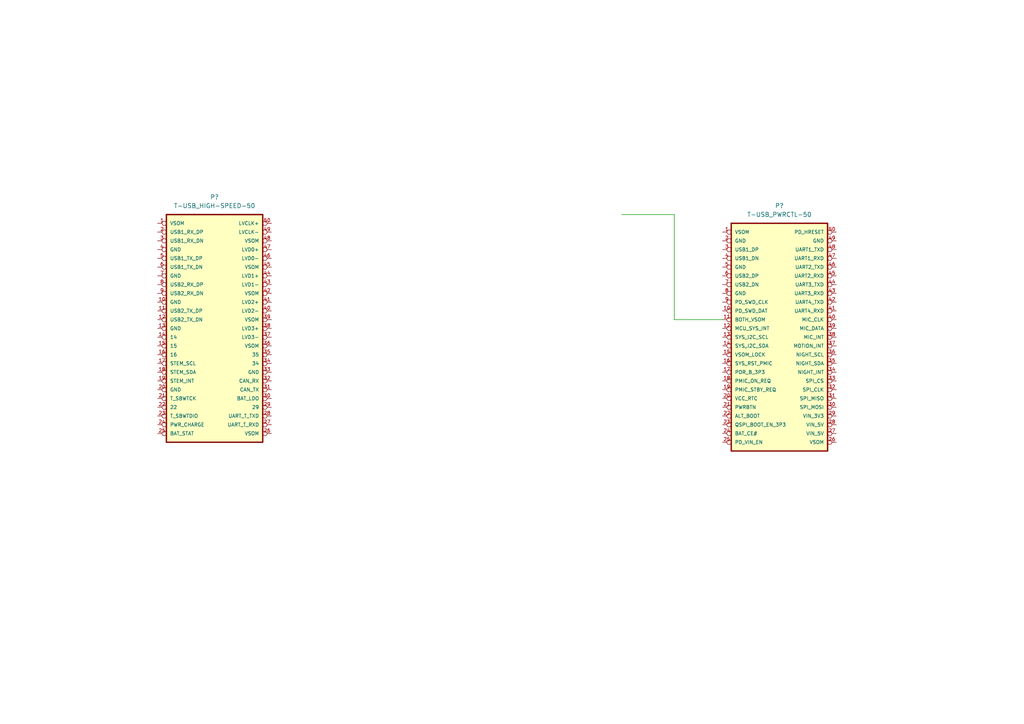
<source format=kicad_sch>
(kicad_sch (version 20211123) (generator eeschema)
  (paper "A4")
  (lib_symbols
    (symbol "Ziloo:T-USB_HIGH-SPEED-50" (pin_names (offset 1.016))
      (property "Reference" "P" (at -16.51 33.6804 0))
      (property "Value" "T-USB_HIGH-SPEED-50" (at -11.4554 -36.8808 0))
      (symbol "T-USB_HIGH-SPEED-50_0_0"
        (rectangle (start -13.97 -33.02) (end 13.97 33.02) (stroke (width 0.4064)) (fill (type background)))
        (pin passive inverted (at -16.51 30.48 0) (length 2.54) (name "VSOM") (number "1"))
        (pin passive inverted (at -16.51 7.62 0) (length 2.54) (name "GND") (number "10"))
        (pin passive inverted (at -16.51 5.08 0) (length 2.54) (name "USB2_TX_DP") (number "11"))
        (pin passive inverted (at -16.51 2.54 0) (length 2.54) (name "USB2_TX_DN") (number "12"))
        (pin passive inverted (at -16.51 0 0) (length 2.54) (name "GND") (number "13"))
        (pin passive inverted (at -16.51 -2.54 0) (length 2.54) (name "14") (number "14"))
        (pin passive inverted (at -16.51 -5.08 0) (length 2.54) (name "15") (number "15"))
        (pin passive inverted (at -16.51 -7.62 0) (length 2.54) (name "16") (number "16"))
        (pin passive inverted (at -16.51 -10.16 0) (length 2.54) (name "STEM_SCL") (number "17"))
        (pin passive inverted (at -16.51 -12.7 0) (length 2.54) (name "STEM_SDA") (number "18"))
        (pin passive inverted (at -16.51 -15.24 0) (length 2.54) (name "STEM_INT") (number "19"))
        (pin passive inverted (at -16.51 27.94 0) (length 2.54) (name "USB1_RX_DP") (number "2"))
        (pin passive inverted (at -16.51 -17.78 0) (length 2.54) (name "GND") (number "20"))
        (pin passive inverted (at -16.51 -20.32 0) (length 2.54) (name "T_SBWTCK") (number "21"))
        (pin passive inverted (at -16.51 -22.86 0) (length 2.54) (name "22") (number "22"))
        (pin passive inverted (at -16.51 -25.4 0) (length 2.54) (name "T_SBWTDIO") (number "23"))
        (pin passive inverted (at -16.51 -27.94 0) (length 2.54) (name "PWR_CHARGE") (number "24"))
        (pin passive inverted (at -16.51 -30.48 0) (length 2.54) (name "BAT_STAT") (number "25"))
        (pin passive inverted (at 16.51 -30.48 180) (length 2.54) (name "VSOM") (number "26"))
        (pin passive inverted (at 16.51 -27.94 180) (length 2.54) (name "UART_T_RXD") (number "27"))
        (pin passive inverted (at 16.51 -25.4 180) (length 2.54) (name "UART_T_TXD") (number "28"))
        (pin passive inverted (at 16.51 -22.86 180) (length 2.54) (name "29") (number "29"))
        (pin passive inverted (at -16.51 25.4 0) (length 2.54) (name "USB1_RX_DN") (number "3"))
        (pin passive inverted (at 16.51 -20.32 180) (length 2.54) (name "BAT_LDO") (number "30"))
        (pin passive inverted (at 16.51 -17.78 180) (length 2.54) (name "CAN_TX") (number "31"))
        (pin passive inverted (at 16.51 -15.24 180) (length 2.54) (name "CAN_RX") (number "32"))
        (pin passive inverted (at 16.51 -12.7 180) (length 2.54) (name "GND") (number "33"))
        (pin passive inverted (at 16.51 -10.16 180) (length 2.54) (name "34") (number "34"))
        (pin passive inverted (at 16.51 -7.62 180) (length 2.54) (name "35") (number "35"))
        (pin passive inverted (at 16.51 -5.08 180) (length 2.54) (name "VSOM") (number "36"))
        (pin passive inverted (at 16.51 -2.54 180) (length 2.54) (name "LVD3-") (number "37"))
        (pin passive inverted (at 16.51 0 180) (length 2.54) (name "LVD3+") (number "38"))
        (pin passive inverted (at 16.51 2.54 180) (length 2.54) (name "VSOM") (number "39"))
        (pin passive inverted (at -16.51 22.86 0) (length 2.54) (name "GND") (number "4"))
        (pin passive inverted (at 16.51 5.08 180) (length 2.54) (name "LVD2-") (number "40"))
        (pin passive inverted (at 16.51 7.62 180) (length 2.54) (name "LVD2+") (number "41"))
        (pin passive inverted (at 16.51 10.16 180) (length 2.54) (name "VSOM") (number "42"))
        (pin passive inverted (at 16.51 12.7 180) (length 2.54) (name "LVD1-") (number "43"))
        (pin passive inverted (at 16.51 15.24 180) (length 2.54) (name "LVD1+") (number "44"))
        (pin passive inverted (at 16.51 17.78 180) (length 2.54) (name "VSOM") (number "45"))
        (pin passive inverted (at 16.51 20.32 180) (length 2.54) (name "LVD0-") (number "46"))
        (pin passive inverted (at 16.51 22.86 180) (length 2.54) (name "LVD0+") (number "47"))
        (pin passive inverted (at 16.51 25.4 180) (length 2.54) (name "VSOM") (number "48"))
        (pin passive inverted (at 16.51 27.94 180) (length 2.54) (name "LVCLK-") (number "49"))
        (pin passive inverted (at -16.51 20.32 0) (length 2.54) (name "USB1_TX_DP") (number "5"))
        (pin passive inverted (at 16.51 30.48 180) (length 2.54) (name "LVCLK+") (number "50"))
        (pin passive inverted (at -16.51 17.78 0) (length 2.54) (name "USB1_TX_DN") (number "6"))
        (pin passive inverted (at -16.51 15.24 0) (length 2.54) (name "GND") (number "7"))
        (pin passive inverted (at -16.51 12.7 0) (length 2.54) (name "USB2_RX_DP") (number "8"))
        (pin passive inverted (at -16.51 10.16 0) (length 2.54) (name "USB2_RX_DN") (number "9"))
      )
    )
    (symbol "Ziloo:T-USB_PWRCTL-50" (pin_names (offset 1.016))
      (property "Reference" "P" (at -16.51 33.6804 0))
      (property "Value" "T-USB_PWRCTL-50" (at -11.4554 -36.8808 0))
      (symbol "T-USB_PWRCTL-50_0_0"
        (rectangle (start -13.97 -33.02) (end 13.97 33.02) (stroke (width 0.4064)) (fill (type background)))
        (pin passive inverted (at -16.51 30.48 0) (length 2.54) (name "VSOM") (number "1"))
        (pin passive inverted (at -16.51 7.62 0) (length 2.54) (name "PD_SWD_DAT") (number "10"))
        (pin passive inverted (at -16.51 5.08 0) (length 2.54) (name "BOTH_VSOM") (number "11"))
        (pin passive inverted (at -16.51 2.54 0) (length 2.54) (name "MCU_SYS_INT") (number "12"))
        (pin passive inverted (at -16.51 0 0) (length 2.54) (name "SYS_I2C_SCL") (number "13"))
        (pin passive inverted (at -16.51 -2.54 0) (length 2.54) (name "SYS_I2C_SDA") (number "14"))
        (pin passive inverted (at -16.51 -5.08 0) (length 2.54) (name "VSOM_LOCK") (number "15"))
        (pin passive inverted (at -16.51 -7.62 0) (length 2.54) (name "SYS_RST_PMIC") (number "16"))
        (pin passive inverted (at -16.51 -10.16 0) (length 2.54) (name "POR_B_3P3") (number "17"))
        (pin passive inverted (at -16.51 -12.7 0) (length 2.54) (name "PMIC_ON_REQ") (number "18"))
        (pin passive inverted (at -16.51 -15.24 0) (length 2.54) (name "PMIC_STBY_REQ") (number "19"))
        (pin passive inverted (at -16.51 27.94 0) (length 2.54) (name "GND") (number "2"))
        (pin passive inverted (at -16.51 -17.78 0) (length 2.54) (name "VCC_RTC") (number "20"))
        (pin passive inverted (at -16.51 -20.32 0) (length 2.54) (name "PWRBTN") (number "21"))
        (pin passive inverted (at -16.51 -22.86 0) (length 2.54) (name "ALT_BOOT") (number "22"))
        (pin passive inverted (at -16.51 -25.4 0) (length 2.54) (name "QSPI_BOOT_EN_3P3") (number "23"))
        (pin passive inverted (at -16.51 -27.94 0) (length 2.54) (name "BAT_CE#") (number "24"))
        (pin passive inverted (at -16.51 -30.48 0) (length 2.54) (name "PD_VIN_EN") (number "25"))
        (pin passive inverted (at 16.51 -30.48 180) (length 2.54) (name "VSOM") (number "26"))
        (pin passive inverted (at 16.51 -27.94 180) (length 2.54) (name "VIN_5V") (number "27"))
        (pin passive inverted (at 16.51 -25.4 180) (length 2.54) (name "VIN_5V") (number "28"))
        (pin passive inverted (at 16.51 -22.86 180) (length 2.54) (name "VIN_3V3") (number "29"))
        (pin passive inverted (at -16.51 25.4 0) (length 2.54) (name "USB1_DP") (number "3"))
        (pin passive inverted (at 16.51 -20.32 180) (length 2.54) (name "SPI_MOSI") (number "30"))
        (pin passive inverted (at 16.51 -17.78 180) (length 2.54) (name "SPI_MISO") (number "31"))
        (pin passive inverted (at 16.51 -15.24 180) (length 2.54) (name "SPI_CLK") (number "32"))
        (pin passive inverted (at 16.51 -12.7 180) (length 2.54) (name "SPI_CS") (number "33"))
        (pin passive inverted (at 16.51 -10.16 180) (length 2.54) (name "NIGHT_INT") (number "34"))
        (pin passive inverted (at 16.51 -7.62 180) (length 2.54) (name "NIGHT_SDA") (number "35"))
        (pin passive inverted (at 16.51 -5.08 180) (length 2.54) (name "NIGHT_SCL") (number "36"))
        (pin passive inverted (at 16.51 -2.54 180) (length 2.54) (name "MOTION_INT") (number "37"))
        (pin passive inverted (at 16.51 0 180) (length 2.54) (name "MIC_INT") (number "38"))
        (pin passive inverted (at 16.51 2.54 180) (length 2.54) (name "MIC_DATA") (number "39"))
        (pin passive inverted (at -16.51 22.86 0) (length 2.54) (name "USB1_DN") (number "4"))
        (pin passive inverted (at 16.51 5.08 180) (length 2.54) (name "MIC_CLK") (number "40"))
        (pin passive inverted (at 16.51 7.62 180) (length 2.54) (name "UART4_RXD") (number "41"))
        (pin passive inverted (at 16.51 10.16 180) (length 2.54) (name "UART4_TXD") (number "42"))
        (pin passive inverted (at 16.51 12.7 180) (length 2.54) (name "UART3_RXD") (number "43"))
        (pin passive inverted (at 16.51 15.24 180) (length 2.54) (name "UART3_TXD") (number "44"))
        (pin passive inverted (at 16.51 17.78 180) (length 2.54) (name "UART2_RXD") (number "45"))
        (pin passive inverted (at 16.51 20.32 180) (length 2.54) (name "UART2_TXD") (number "46"))
        (pin passive inverted (at 16.51 22.86 180) (length 2.54) (name "UART1_RXD") (number "47"))
        (pin passive inverted (at 16.51 25.4 180) (length 2.54) (name "UART1_TXD") (number "48"))
        (pin passive inverted (at 16.51 27.94 180) (length 2.54) (name "GND") (number "49"))
        (pin passive inverted (at -16.51 20.32 0) (length 2.54) (name "GND") (number "5"))
        (pin passive inverted (at 16.51 30.48 180) (length 2.54) (name "PD_HRESET") (number "50"))
        (pin passive inverted (at -16.51 17.78 0) (length 2.54) (name "USB2_DP") (number "6"))
        (pin passive inverted (at -16.51 15.24 0) (length 2.54) (name "USB2_DN") (number "7"))
        (pin passive inverted (at -16.51 12.7 0) (length 2.54) (name "GND") (number "8"))
        (pin passive inverted (at -16.51 10.16 0) (length 2.54) (name "PD_SWD_CLK") (number "9"))
      )
    )
  )
  (wire (pts (xy 195.58 62.23) (xy 195.58 92.71)))
  (wire (pts (xy 180.34 62.23) (xy 195.58 62.23)))
  (wire (pts (xy 195.58 92.71) (xy 209.55 92.71)))
  (symbol (lib_id "Ziloo:T-USB_PWRCTL-50") (at 226.06 97.79 0) (unit 1)
    (property "Reference" "P?" (at 226.06 59.69 0))
    (property "Value" "T-USB_PWRCTL-50" (at 226.06 62.23 0))
    (property "Footprint" "Ziloo:HRS_DF40C-50DS-0.4V(51)" (effects hide))
    (property "MANUFACTURER" "Hirose Electric Co Ltd" (effects hide))
  )
  (symbol (lib_id "Ziloo:T-USB_HIGH-SPEED-50") (at 62.23 95.25 0) (unit 1)
    (property "Reference" "P?" (at 62.23 57.15 0))
    (property "Value" "T-USB_HIGH-SPEED-50" (at 62.23 59.69 0))
    (property "Footprint" "Ziloo:HRS_DF40C-50DS-0.4V(51)" (effects hide))
    (property "MANUFACTURER" "Hirose Electric Co Ltd" (effects hide))
  )
)
</source>
